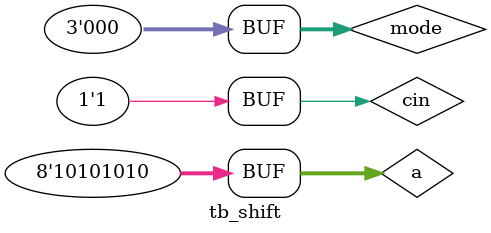
<source format=v>
`timescale 1ns/1ps

module tb_shift();
    reg [7:0] a;
    reg cin;
    reg [2:0] mode;
    wire [7:0] q;
    wire cout;

    shift testGate(
        .in(a),
        .cin(cin),
        .mode(mode),
        .out(q),
        .cout(cout)
    );

    initial begin
        a = 8'b10101010;
        mode = 0;
        repeat(8) begin
            cin = 0;
            #100;
            cin = 1;
            #100;
            mode = mode + 1;
        end
    end
endmodule
</source>
